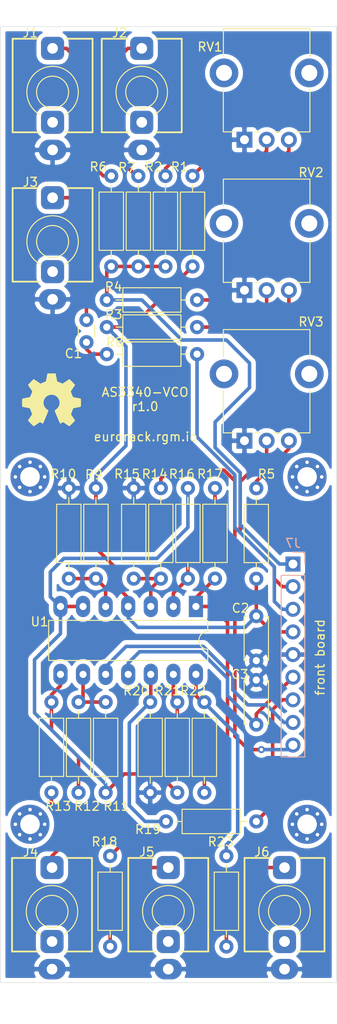
<source format=kicad_pcb>
(kicad_pcb (version 20171130) (host pcbnew 5.99.0+really5.1.10+dfsg1-1+b1)
  (title_block (title "as3340-vco front") (date 2021-12-14) (rev 1.0))
  (layers (0 F.Cu signal) (31 B.Cu signal) (34 B.Paste user) (35 F.Paste user) (36 B.SilkS user) (37 F.SilkS user) (38 B.Mask user) (39 F.Mask user) (44 Edge.Cuts user))
  (net 0 "")
  (net 1 GND)
  (net 2 +12V)
  (net 3 -12V)
  (net 4 VFCI)
  (net 5 VTO)
  (net 6 VSO)
  (net 7 "Net-(R1-Pad2)")
  (net 8 "Net-(J1-PadT)")
  (net 9 "Net-(J2-PadT)")
  (net 10 "Net-(J4-PadT)")
  (net 11 "Net-(R2-Pad2)")
  (net 12 "Net-(R3-Pad2)")
  (net 13 "Net-(R4-Pad2)")
  (net 14 "Net-(R10-Pad1)")
  (net 15 "Net-(C1-Pad2)")
  (net 16 "Net-(C1-Pad1)")
  (net 17 "Net-(J5-PadT)")
  (net 18 "Net-(J6-PadT)")
  (net 19 VLFI)
  (net 20 VPWM)
  (net 21 VP)
  (net 22 "Net-(R5-Pad2)")
  (net 23 VREF)
  (net 24 "Net-(R11-Pad1)")
  (net 25 "Net-(R12-Pad1)")
  (net 26 "Net-(R14-Pad2)")
  (net 27 "Net-(R16-Pad1)")
  (net 28 "Net-(R17-Pad1)")
  (net 29 "Net-(R19-Pad2)")
  (net 30 "Net-(R21-Pad1)")
  (net 31 "Net-(R22-Pad1)")
  (module Symbol:OSHW-Symbol_6.7x6mm_SilkScreen (layer F.Cu) (at 131.572 87.249)
    (fp_text reference REF** hide)
    (fp_text value OSHW-Symbol_6.7x6mm_SilkScreen hide)
  )
  (module Connector_PinHeader_2.54mm:PinHeader_1x09_P2.54mm_Vertical (layer B.Cu) (at 158.75 105.664 180)
    (fp_text reference J7 (at 0 2.33) (layer B.SilkS) (effects (justify mirror)))
    (fp_text value "Pin Header 1x9")
    (pad 9 thru_hole oval (at 0 -20.32 180) (size 1.7 1.7) (drill 1) (layers *.Cu *.Mask) (net 6 VSO))
    (pad 8 thru_hole oval (at 0 -17.78 180) (size 1.7 1.7) (drill 1) (layers *.Cu *.Mask) (net 5 VTO))
    (pad 7 thru_hole oval (at 0 -15.24 180) (size 1.7 1.7) (drill 1) (layers *.Cu *.Mask) (net 21 VP))
    (pad 6 thru_hole oval (at 0 -12.7 180) (size 1.7 1.7) (drill 1) (layers *.Cu *.Mask) (net 3 -12V))
    (pad 5 thru_hole oval (at 0 -10.16 180) (size 1.7 1.7) (drill 1) (layers *.Cu *.Mask) (net 1 GND))
    (pad 4 thru_hole oval (at 0 -7.62 180) (size 1.7 1.7) (drill 1) (layers *.Cu *.Mask) (net 2 +12V))
    (pad 3 thru_hole oval (at 0 -5.08 180) (size 1.7 1.7) (drill 1) (layers *.Cu *.Mask) (net 19 VLFI))
    (pad 2 thru_hole oval (at 0 -2.54 180) (size 1.7 1.7) (drill 1) (layers *.Cu *.Mask) (net 20 VPWM))
    (pad 1 thru_hole rect (at 0 0 180) (size 1.7 1.7) (drill 1) (layers *.Cu *.Mask) (net 4 VFCI))
  )
  (module MountingHole:MountingHole_2.2mm_M2_Pad_Via (layer F.Cu) (at 160.3375 95.885 90)
    (fp_text reference H4 hide)
    (fp_text value MountingHole)
    (pad 1 thru_hole circle (at 1.166726 -1.166726 90) (size 0.7 0.7) (drill 0.4) (layers *.Cu *.Mask))
    (pad 1 thru_hole circle (at 0 -1.65 90) (size 0.7 0.7) (drill 0.4) (layers *.Cu *.Mask))
    (pad 1 thru_hole circle (at -1.166726 -1.166726 90) (size 0.7 0.7) (drill 0.4) (layers *.Cu *.Mask))
    (pad 1 thru_hole circle (at -1.65 0 90) (size 0.7 0.7) (drill 0.4) (layers *.Cu *.Mask))
    (pad 1 thru_hole circle (at -1.166726 1.166726 90) (size 0.7 0.7) (drill 0.4) (layers *.Cu *.Mask))
    (pad 1 thru_hole circle (at 0 1.65 90) (size 0.7 0.7) (drill 0.4) (layers *.Cu *.Mask))
    (pad 1 thru_hole circle (at 1.166726 1.166726 90) (size 0.7 0.7) (drill 0.4) (layers *.Cu *.Mask))
    (pad 1 thru_hole circle (at 1.65 0 90) (size 0.7 0.7) (drill 0.4) (layers *.Cu *.Mask))
    (pad 1 thru_hole circle (at 0 0 90) (size 4.4 4.4) (drill 2.2) (layers *.Cu *.Mask))
  )
  (module MountingHole:MountingHole_2.2mm_M2_Pad_Via (layer F.Cu) (at 160.3375 134.874 90)
    (fp_text reference H3 hide)
    (fp_text value MountingHole)
    (pad 1 thru_hole circle (at 1.166726 -1.166726 90) (size 0.7 0.7) (drill 0.4) (layers *.Cu *.Mask))
    (pad 1 thru_hole circle (at 0 -1.65 90) (size 0.7 0.7) (drill 0.4) (layers *.Cu *.Mask))
    (pad 1 thru_hole circle (at -1.166726 -1.166726 90) (size 0.7 0.7) (drill 0.4) (layers *.Cu *.Mask))
    (pad 1 thru_hole circle (at -1.65 0 90) (size 0.7 0.7) (drill 0.4) (layers *.Cu *.Mask))
    (pad 1 thru_hole circle (at -1.166726 1.166726 90) (size 0.7 0.7) (drill 0.4) (layers *.Cu *.Mask))
    (pad 1 thru_hole circle (at 0 1.65 90) (size 0.7 0.7) (drill 0.4) (layers *.Cu *.Mask))
    (pad 1 thru_hole circle (at 1.166726 1.166726 90) (size 0.7 0.7) (drill 0.4) (layers *.Cu *.Mask))
    (pad 1 thru_hole circle (at 1.65 0 90) (size 0.7 0.7) (drill 0.4) (layers *.Cu *.Mask))
    (pad 1 thru_hole circle (at 0 0 90) (size 4.4 4.4) (drill 2.2) (layers *.Cu *.Mask))
  )
  (module MountingHole:MountingHole_2.2mm_M2_Pad_Via (layer F.Cu) (at 129.159 134.874 90)
    (fp_text reference H2 hide)
    (fp_text value MountingHole)
    (pad 1 thru_hole circle (at 1.166726 -1.166726 90) (size 0.7 0.7) (drill 0.4) (layers *.Cu *.Mask))
    (pad 1 thru_hole circle (at 0 -1.65 90) (size 0.7 0.7) (drill 0.4) (layers *.Cu *.Mask))
    (pad 1 thru_hole circle (at -1.166726 -1.166726 90) (size 0.7 0.7) (drill 0.4) (layers *.Cu *.Mask))
    (pad 1 thru_hole circle (at -1.65 0 90) (size 0.7 0.7) (drill 0.4) (layers *.Cu *.Mask))
    (pad 1 thru_hole circle (at -1.166726 1.166726 90) (size 0.7 0.7) (drill 0.4) (layers *.Cu *.Mask))
    (pad 1 thru_hole circle (at 0 1.65 90) (size 0.7 0.7) (drill 0.4) (layers *.Cu *.Mask))
    (pad 1 thru_hole circle (at 1.166726 1.166726 90) (size 0.7 0.7) (drill 0.4) (layers *.Cu *.Mask))
    (pad 1 thru_hole circle (at 1.65 0 90) (size 0.7 0.7) (drill 0.4) (layers *.Cu *.Mask))
    (pad 1 thru_hole circle (at 0 0 90) (size 4.4 4.4) (drill 2.2) (layers *.Cu *.Mask))
  )
  (module MountingHole:MountingHole_2.2mm_M2_Pad_Via (layer F.Cu) (at 129.159 95.885 90)
    (fp_text reference H1 hide)
    (fp_text value MountingHole)
    (pad 1 thru_hole circle (at 1.166726 -1.166726 90) (size 0.7 0.7) (drill 0.4) (layers *.Cu *.Mask))
    (pad 1 thru_hole circle (at 0 -1.65 90) (size 0.7 0.7) (drill 0.4) (layers *.Cu *.Mask))
    (pad 1 thru_hole circle (at -1.166726 -1.166726 90) (size 0.7 0.7) (drill 0.4) (layers *.Cu *.Mask))
    (pad 1 thru_hole circle (at -1.65 0 90) (size 0.7 0.7) (drill 0.4) (layers *.Cu *.Mask))
    (pad 1 thru_hole circle (at -1.166726 1.166726 90) (size 0.7 0.7) (drill 0.4) (layers *.Cu *.Mask))
    (pad 1 thru_hole circle (at 0 1.65 90) (size 0.7 0.7) (drill 0.4) (layers *.Cu *.Mask))
    (pad 1 thru_hole circle (at 1.166726 1.166726 90) (size 0.7 0.7) (drill 0.4) (layers *.Cu *.Mask))
    (pad 1 thru_hole circle (at 1.65 0 90) (size 0.7 0.7) (drill 0.4) (layers *.Cu *.Mask))
    (pad 1 thru_hole circle (at 0 0 90) (size 4.4 4.4) (drill 2.2) (layers *.Cu *.Mask))
  )
  (module Resistor_THT:R_Axial_DIN0207_L6.3mm_D2.5mm_P10.16mm_Horizontal (layer F.Cu) (at 134.62 131.318 90)
    (fp_text reference R12 (at -1.524 0.9525 180) (layer F.SilkS))
    (fp_text value 150k)
    (pad 2 thru_hole oval (at 10.16 0 90) (size 1.6 1.6) (drill 0.8) (layers *.Cu *.Mask) (net 24 "Net-(R11-Pad1)"))
    (pad 1 thru_hole circle (at 0 0 90) (size 1.6 1.6) (drill 0.8) (layers *.Cu *.Mask) (net 25 "Net-(R12-Pad1)"))
  )
  (module Potentiometer_THT:Potentiometer_Alpha_RD901F-40-00D_Single_Vertical_CircularHoles (layer F.Cu) (at 153.289 74.93 90)
    (fp_text reference RV2 (at 13.208 7.493) (layer F.SilkS))
    (fp_text value 100k)
    (pad "" thru_hole circle (at 7.5 -2.3 180) (size 3.24 3.24) (drill 1.8) (layers *.Cu *.Mask))
    (pad "" thru_hole circle (at 7.5 7.3 180) (size 3.24 3.24) (drill 1.8) (layers *.Cu *.Mask))
    (pad 3 thru_hole circle (at 0 5 180) (size 1.8 1.8) (drill 1) (layers *.Cu *.Mask) (net 12 "Net-(R3-Pad2)"))
    (pad 2 thru_hole circle (at 0 2.5 180) (size 1.8 1.8) (drill 1) (layers *.Cu *.Mask) (net 13 "Net-(R4-Pad2)"))
    (pad 1 thru_hole rect (at 0 0 180) (size 1.8 1.8) (drill 1) (layers *.Cu *.Mask) (net 1 GND))
  )
  (module Capacitor_THT:C_Disc_D3.0mm_W1.6mm_P2.50mm (layer F.Cu) (at 135.509 80.772 90)
    (fp_text reference C1 (at -1.27 -1.4605 180) (layer F.SilkS))
    (fp_text value 10n)
    (pad 2 thru_hole circle (at 2.5 0 90) (size 1.6 1.6) (drill 0.8) (layers *.Cu *.Mask) (net 15 "Net-(C1-Pad2)"))
    (pad 1 thru_hole circle (at 0 0 90) (size 1.6 1.6) (drill 0.8) (layers *.Cu *.Mask) (net 16 "Net-(C1-Pad1)"))
  )
  (module eurorack:Jack_3.5mm_QingPu_WQP-PJ398SM_Vertical (layer F.Cu) (at 144.7165 144.653)
    (fp_text reference J5 (at -2.413 -6.6675) (layer F.SilkS))
    (fp_text value "Thonkiconn SM")
    (pad TN thru_hole roundrect (at 0 3.38) (size 2.6 2.6) (drill 1.2) (layers *.Cu *.Mask))
    (pad S thru_hole oval (at 0 6.48) (size 3.1 2.3) (drill 1.2) (layers *.Cu *.Mask) (net 1 GND))
    (pad T thru_hole roundrect (at 0 -4.92) (size 2.6 2.6) (drill 1.2) (layers *.Cu *.Mask) (net 17 "Net-(J5-PadT)"))
  )
  (module Package_DIP:DIP-14_W7.62mm_LongPads (layer F.Cu) (at 147.828 110.4265 270)
    (fp_text reference U1 (at 1.7145 17.5895 180) (layer F.SilkS))
    (fp_text value TL074)
    (pad 14 thru_hole oval (at 7.62 0 270) (size 2.4 1.6) (drill 0.8) (layers *.Cu *.Mask) (net 31 "Net-(R22-Pad1)"))
    (pad 7 thru_hole oval (at 0 15.24 270) (size 2.4 1.6) (drill 0.8) (layers *.Cu *.Mask) (net 23 VREF))
    (pad 13 thru_hole oval (at 7.62 2.54 270) (size 2.4 1.6) (drill 0.8) (layers *.Cu *.Mask) (net 30 "Net-(R21-Pad1)"))
    (pad 6 thru_hole oval (at 0 12.7 270) (size 2.4 1.6) (drill 0.8) (layers *.Cu *.Mask) (net 23 VREF))
    (pad 12 thru_hole oval (at 7.62 5.08 270) (size 2.4 1.6) (drill 0.8) (layers *.Cu *.Mask) (net 29 "Net-(R19-Pad2)"))
    (pad 5 thru_hole oval (at 0 10.16 270) (size 2.4 1.6) (drill 0.8) (layers *.Cu *.Mask) (net 14 "Net-(R10-Pad1)"))
    (pad 11 thru_hole oval (at 7.62 7.62 270) (size 2.4 1.6) (drill 0.8) (layers *.Cu *.Mask) (net 3 -12V))
    (pad 4 thru_hole oval (at 0 7.62 270) (size 2.4 1.6) (drill 0.8) (layers *.Cu *.Mask) (net 2 +12V))
    (pad 10 thru_hole oval (at 7.62 10.16 270) (size 2.4 1.6) (drill 0.8) (layers *.Cu *.Mask) (net 5 VTO))
    (pad 3 thru_hole oval (at 0 5.08 270) (size 2.4 1.6) (drill 0.8) (layers *.Cu *.Mask) (net 26 "Net-(R14-Pad2)"))
    (pad 9 thru_hole oval (at 7.62 12.7 270) (size 2.4 1.6) (drill 0.8) (layers *.Cu *.Mask) (net 24 "Net-(R11-Pad1)"))
    (pad 2 thru_hole oval (at 0 2.54 270) (size 2.4 1.6) (drill 0.8) (layers *.Cu *.Mask) (net 27 "Net-(R16-Pad1)"))
    (pad 8 thru_hole oval (at 7.62 15.24 270) (size 2.4 1.6) (drill 0.8) (layers *.Cu *.Mask) (net 25 "Net-(R12-Pad1)"))
    (pad 1 thru_hole rect (at 0 0 270) (size 2.4 1.6) (drill 0.8) (layers *.Cu *.Mask) (net 28 "Net-(R17-Pad1)"))
  )
  (module Potentiometer_THT:Potentiometer_Alpha_RD901F-40-00D_Single_Vertical_CircularHoles (layer F.Cu) (at 153.289 91.821 90)
    (fp_text reference RV3 (at 13.335 7.493) (layer F.SilkS))
    (fp_text value 50k)
    (pad "" thru_hole circle (at 7.5 -2.3 180) (size 3.24 3.24) (drill 1.8) (layers *.Cu *.Mask))
    (pad "" thru_hole circle (at 7.5 7.3 180) (size 3.24 3.24) (drill 1.8) (layers *.Cu *.Mask))
    (pad 3 thru_hole circle (at 0 5 180) (size 1.8 1.8) (drill 1) (layers *.Cu *.Mask) (net 22 "Net-(R5-Pad2)"))
    (pad 2 thru_hole circle (at 0 2.5 180) (size 1.8 1.8) (drill 1) (layers *.Cu *.Mask) (net 20 VPWM))
    (pad 1 thru_hole rect (at 0 0 180) (size 1.8 1.8) (drill 1) (layers *.Cu *.Mask) (net 1 GND))
  )
  (module Resistor_THT:R_Axial_DIN0207_L6.3mm_D2.5mm_P10.16mm_Horizontal (layer F.Cu) (at 151.257 148.59 90)
    (fp_text reference R23 (at 11.7475 -0.635 180) (layer F.SilkS))
    (fp_text value 1k)
    (pad 2 thru_hole oval (at 10.16 0 90) (size 1.6 1.6) (drill 0.8) (layers *.Cu *.Mask) (net 31 "Net-(R22-Pad1)"))
    (pad 1 thru_hole circle (at 0 0 90) (size 1.6 1.6) (drill 0.8) (layers *.Cu *.Mask) (net 18 "Net-(J6-PadT)"))
  )
  (module Resistor_THT:R_Axial_DIN0207_L6.3mm_D2.5mm_P10.16mm_Horizontal (layer F.Cu) (at 148.7805 121.158 270)
    (fp_text reference R22 (at -1.27 1.27 180) (layer F.SilkS))
    (fp_text value 150k)
    (pad 2 thru_hole oval (at 10.16 0 270) (size 1.6 1.6) (drill 0.8) (layers *.Cu *.Mask) (net 30 "Net-(R21-Pad1)"))
    (pad 1 thru_hole circle (at 0 0 270) (size 1.6 1.6) (drill 0.8) (layers *.Cu *.Mask) (net 31 "Net-(R22-Pad1)"))
  )
  (module Resistor_THT:R_Axial_DIN0207_L6.3mm_D2.5mm_P10.16mm_Horizontal (layer F.Cu) (at 145.7325 121.158 270)
    (fp_text reference R21 (at -1.27 1.0795 180) (layer F.SilkS))
    (fp_text value 100k)
    (pad 2 thru_hole oval (at 10.16 0 270) (size 1.6 1.6) (drill 0.8) (layers *.Cu *.Mask) (net 23 VREF))
    (pad 1 thru_hole circle (at 0 0 270) (size 1.6 1.6) (drill 0.8) (layers *.Cu *.Mask) (net 30 "Net-(R21-Pad1)"))
  )
  (module Resistor_THT:R_Axial_DIN0207_L6.3mm_D2.5mm_P10.16mm_Horizontal (layer F.Cu) (at 142.6845 121.158 270)
    (fp_text reference R20 (at -1.27 1.5875 180) (layer F.SilkS))
    (fp_text value 68k)
    (pad 2 thru_hole oval (at 10.16 0 270) (size 1.6 1.6) (drill 0.8) (layers *.Cu *.Mask) (net 1 GND))
    (pad 1 thru_hole circle (at 0 0 270) (size 1.6 1.6) (drill 0.8) (layers *.Cu *.Mask) (net 29 "Net-(R19-Pad2)"))
  )
  (module Resistor_THT:R_Axial_DIN0207_L6.3mm_D2.5mm_P10.16mm_Horizontal (layer F.Cu) (at 154.6225 134.5565 180)
    (fp_text reference R19 (at 12.192 -0.889) (layer F.SilkS))
    (fp_text value 120k)
    (pad 2 thru_hole oval (at 10.16 0 180) (size 1.6 1.6) (drill 0.8) (layers *.Cu *.Mask) (net 29 "Net-(R19-Pad2)"))
    (pad 1 thru_hole circle (at 0 0 180) (size 1.6 1.6) (drill 0.8) (layers *.Cu *.Mask) (net 21 VP))
  )
  (module Resistor_THT:R_Axial_DIN0207_L6.3mm_D2.5mm_P10.16mm_Horizontal (layer F.Cu) (at 133.5278 107.3023 90)
    (fp_text reference R10 (at 11.7348 -0.6223 180) (layer F.SilkS))
    (fp_text value 18k)
    (pad 2 thru_hole oval (at 10.16 0 90) (size 1.6 1.6) (drill 0.8) (layers *.Cu *.Mask) (net 1 GND))
    (pad 1 thru_hole circle (at 0 0 90) (size 1.6 1.6) (drill 0.8) (layers *.Cu *.Mask) (net 14 "Net-(R10-Pad1)"))
  )
  (module Resistor_THT:R_Axial_DIN0207_L6.3mm_D2.5mm_P10.16mm_Horizontal (layer F.Cu) (at 136.5758 97.1423 270)
    (fp_text reference R9 (at -1.5113 0.2413 180) (layer F.SilkS))
    (fp_text value 47k)
    (pad 2 thru_hole oval (at 10.16 0 270) (size 1.6 1.6) (drill 0.8) (layers *.Cu *.Mask) (net 14 "Net-(R10-Pad1)"))
    (pad 1 thru_hole circle (at 0 0 270) (size 1.6 1.6) (drill 0.8) (layers *.Cu *.Mask) (net 2 +12V))
  )
  (module Resistor_THT:R_Axial_DIN0207_L6.3mm_D2.5mm_P10.16mm_Horizontal (layer F.Cu) (at 147.955 82.1055 180)
    (fp_text reference R8 (at 9.271 1.3335) (layer F.SilkS))
    (fp_text value 1M)
    (pad 2 thru_hole oval (at 10.16 0 180) (size 1.6 1.6) (drill 0.8) (layers *.Cu *.Mask) (net 16 "Net-(C1-Pad1)"))
    (pad 1 thru_hole circle (at 0 0 180) (size 1.6 1.6) (drill 0.8) (layers *.Cu *.Mask) (net 19 VLFI))
  )
  (module Resistor_THT:R_Axial_DIN0207_L6.3mm_D2.5mm_P10.16mm_Horizontal (layer F.Cu) (at 154.6225 107.315 90)
    (fp_text reference R5 (at 11.7475 1.143 180) (layer F.SilkS))
    (fp_text value 100k)
    (pad 2 thru_hole oval (at 10.16 0 90) (size 1.6 1.6) (drill 0.8) (layers *.Cu *.Mask) (net 22 "Net-(R5-Pad2)"))
    (pad 1 thru_hole circle (at 0 0 90) (size 1.6 1.6) (drill 0.8) (layers *.Cu *.Mask) (net 2 +12V))
  )
  (module eurorack:Jack_3.5mm_QingPu_WQP-PJ398SM_Vertical (layer F.Cu) (at 157.7975 144.653)
    (fp_text reference J6 (at -2.54 -6.6675) (layer F.SilkS))
    (fp_text value "Thonkiconn SM")
    (pad TN thru_hole roundrect (at 0 3.38) (size 2.6 2.6) (drill 1.2) (layers *.Cu *.Mask))
    (pad S thru_hole oval (at 0 6.48) (size 3.1 2.3) (drill 1.2) (layers *.Cu *.Mask) (net 1 GND))
    (pad T thru_hole roundrect (at 0 -4.92) (size 2.6 2.6) (drill 1.2) (layers *.Cu *.Mask) (net 18 "Net-(J6-PadT)"))
  )
  (module eurorack:Jack_3.5mm_QingPu_WQP-PJ398SM_Vertical (layer F.Cu) (at 131.699 69.469)
    (fp_text reference J3 (at -2.5 -6.6675) (layer F.SilkS))
    (fp_text value "Thonkiconn SM")
    (pad TN thru_hole roundrect (at 0 3.38) (size 2.6 2.6) (drill 1.2) (layers *.Cu *.Mask))
    (pad S thru_hole oval (at 0 6.48) (size 3.1 2.3) (drill 1.2) (layers *.Cu *.Mask) (net 1 GND))
    (pad T thru_hole roundrect (at 0 -4.92) (size 2.6 2.6) (drill 1.2) (layers *.Cu *.Mask) (net 15 "Net-(C1-Pad2)"))
  )
  (module Resistor_THT:R_Axial_DIN0207_L6.3mm_D2.5mm_P10.16mm_Horizontal (layer F.Cu) (at 140.8303 107.3023 90)
    (fp_text reference R15 (at 11.7348 -0.7493 180) (layer F.SilkS))
    (fp_text value 100k)
    (pad 2 thru_hole oval (at 10.16 0 90) (size 1.6 1.6) (drill 0.8) (layers *.Cu *.Mask) (net 1 GND))
    (pad 1 thru_hole circle (at 0 0 90) (size 1.6 1.6) (drill 0.8) (layers *.Cu *.Mask) (net 26 "Net-(R14-Pad2)"))
  )
  (module Resistor_THT:R_Axial_DIN0207_L6.3mm_D2.5mm_P10.16mm_Horizontal (layer F.Cu) (at 143.8783 97.1423 270)
    (fp_text reference R14 (at -1.5748 0.6858 180) (layer F.SilkS))
    (fp_text value 100k)
    (pad 2 thru_hole oval (at 10.16 0 270) (size 1.6 1.6) (drill 0.8) (layers *.Cu *.Mask) (net 26 "Net-(R14-Pad2)"))
    (pad 1 thru_hole circle (at 0 0 270) (size 1.6 1.6) (drill 0.8) (layers *.Cu *.Mask) (net 6 VSO))
  )
  (module Capacitor_THT:C_Disc_D4.7mm_W2.5mm_P5.00mm (layer F.Cu) (at 154.6225 118.6815 270)
    (fp_text reference C3 (at -0.635 1.8415 180) (layer F.SilkS))
    (fp_text value 100n)
    (pad 2 thru_hole circle (at 5 0 270) (size 1.6 1.6) (drill 0.8) (layers *.Cu *.Mask) (net 3 -12V))
    (pad 1 thru_hole circle (at 0 0 270) (size 1.6 1.6) (drill 0.8) (layers *.Cu *.Mask) (net 1 GND))
  )
  (module Capacitor_THT:C_Disc_D4.7mm_W2.5mm_P5.00mm (layer F.Cu) (at 154.6225 111.506 270)
    (fp_text reference C2 (at -0.889 1.778 180) (layer F.SilkS))
    (fp_text value 100n)
    (pad 2 thru_hole circle (at 5 0 270) (size 1.6 1.6) (drill 0.8) (layers *.Cu *.Mask) (net 1 GND))
    (pad 1 thru_hole circle (at 0 0 270) (size 1.6 1.6) (drill 0.8) (layers *.Cu *.Mask) (net 2 +12V))
  )
  (module Resistor_THT:R_Axial_DIN0207_L6.3mm_D2.5mm_P10.16mm_Horizontal (layer F.Cu) (at 137.795 76.0222)
    (fp_text reference R4 (at 0.762 -1.4732) (layer F.SilkS))
    (fp_text value 1.5M)
    (pad 2 thru_hole oval (at 10.16 0) (size 1.6 1.6) (drill 0.8) (layers *.Cu *.Mask) (net 13 "Net-(R4-Pad2)"))
    (pad 1 thru_hole circle (at 0 0) (size 1.6 1.6) (drill 0.8) (layers *.Cu *.Mask) (net 4 VFCI))
  )
  (module Potentiometer_THT:Potentiometer_Alpha_RD901F-40-00D_Single_Vertical_CircularHoles (layer F.Cu) (at 153.289 58.039 90)
    (fp_text reference RV1 (at 10.414 -3.8735) (layer F.SilkS))
    (fp_text value 10k)
    (pad "" thru_hole circle (at 7.5 -2.3 180) (size 3.24 3.24) (drill 1.8) (layers *.Cu *.Mask))
    (pad "" thru_hole circle (at 7.5 7.3 180) (size 3.24 3.24) (drill 1.8) (layers *.Cu *.Mask))
    (pad 3 thru_hole circle (at 0 5 180) (size 1.8 1.8) (drill 1) (layers *.Cu *.Mask) (net 7 "Net-(R1-Pad2)"))
    (pad 2 thru_hole circle (at 0 2.5 180) (size 1.8 1.8) (drill 1) (layers *.Cu *.Mask) (net 11 "Net-(R2-Pad2)"))
    (pad 1 thru_hole rect (at 0 0 180) (size 1.8 1.8) (drill 1) (layers *.Cu *.Mask) (net 1 GND))
  )
  (module Resistor_THT:R_Axial_DIN0207_L6.3mm_D2.5mm_P10.16mm_Horizontal (layer F.Cu) (at 131.572 131.318 90)
    (fp_text reference R13 (at -1.524 0.762 180) (layer F.SilkS))
    (fp_text value 1k)
    (pad 2 thru_hole oval (at 10.16 0 90) (size 1.6 1.6) (drill 0.8) (layers *.Cu *.Mask) (net 25 "Net-(R12-Pad1)"))
    (pad 1 thru_hole circle (at 0 0 90) (size 1.6 1.6) (drill 0.8) (layers *.Cu *.Mask) (net 10 "Net-(J4-PadT)"))
  )
  (module Resistor_THT:R_Axial_DIN0207_L6.3mm_D2.5mm_P10.16mm_Horizontal (layer F.Cu) (at 137.668 121.158 270)
    (fp_text reference R11 (at 11.684 -1.2065 180) (layer F.SilkS))
    (fp_text value 100k)
    (pad 2 thru_hole oval (at 10.16 0 270) (size 1.6 1.6) (drill 0.8) (layers *.Cu *.Mask) (net 23 VREF))
    (pad 1 thru_hole circle (at 0 0 270) (size 1.6 1.6) (drill 0.8) (layers *.Cu *.Mask) (net 24 "Net-(R11-Pad1)"))
  )
  (module Resistor_THT:R_Axial_DIN0207_L6.3mm_D2.5mm_P10.16mm_Horizontal (layer F.Cu) (at 138.176 148.59 90)
    (fp_text reference R18 (at 11.7475 -0.635 180) (layer F.SilkS))
    (fp_text value 1k)
    (pad 2 thru_hole oval (at 10.16 0 90) (size 1.6 1.6) (drill 0.8) (layers *.Cu *.Mask) (net 28 "Net-(R17-Pad1)"))
    (pad 1 thru_hole circle (at 0 0 90) (size 1.6 1.6) (drill 0.8) (layers *.Cu *.Mask) (net 17 "Net-(J5-PadT)"))
  )
  (module Resistor_THT:R_Axial_DIN0207_L6.3mm_D2.5mm_P10.16mm_Horizontal (layer F.Cu) (at 149.9743 107.3023 90)
    (fp_text reference R17 (at 11.7348 -0.5588 180) (layer F.SilkS))
    (fp_text value 150k)
    (pad 1 thru_hole circle (at 0 0 90) (size 1.6 1.6) (drill 0.8) (layers *.Cu *.Mask) (net 28 "Net-(R17-Pad1)"))
    (pad 2 thru_hole oval (at 10.16 0 90) (size 1.6 1.6) (drill 0.8) (layers *.Cu *.Mask) (net 27 "Net-(R16-Pad1)"))
  )
  (module Resistor_THT:R_Axial_DIN0207_L6.3mm_D2.5mm_P10.16mm_Horizontal (layer F.Cu) (at 146.9263 107.3023 90)
    (fp_text reference R16 (at 11.7348 -0.6858 180) (layer F.SilkS))
    (fp_text value 100k)
    (pad 2 thru_hole oval (at 10.16 0 90) (size 1.6 1.6) (drill 0.8) (layers *.Cu *.Mask) (net 23 VREF))
    (pad 1 thru_hole circle (at 0 0 90) (size 1.6 1.6) (drill 0.8) (layers *.Cu *.Mask) (net 27 "Net-(R16-Pad1)"))
  )
  (module Resistor_THT:R_Axial_DIN0207_L6.3mm_D2.5mm_P10.16mm_Horizontal (layer F.Cu) (at 141.351 72.263 90)
    (fp_text reference R7 (at 11.1125 -1.2954 180) (layer F.SilkS))
    (fp_text value 100k)
    (pad 2 thru_hole oval (at 10.16 0 90) (size 1.6 1.6) (drill 0.8) (layers *.Cu *.Mask) (net 9 "Net-(J2-PadT)"))
    (pad 1 thru_hole circle (at 0 0 90) (size 1.6 1.6) (drill 0.8) (layers *.Cu *.Mask) (net 4 VFCI))
  )
  (module Resistor_THT:R_Axial_DIN0207_L6.3mm_D2.5mm_P10.16mm_Horizontal (layer F.Cu) (at 138.303 72.263 90)
    (fp_text reference R6 (at 11.176 -1.4605 180) (layer F.SilkS))
    (fp_text value 100k)
    (pad 2 thru_hole oval (at 10.16 0 90) (size 1.6 1.6) (drill 0.8) (layers *.Cu *.Mask) (net 8 "Net-(J1-PadT)"))
    (pad 1 thru_hole circle (at 0 0 90) (size 1.6 1.6) (drill 0.8) (layers *.Cu *.Mask) (net 4 VFCI))
  )
  (module Resistor_THT:R_Axial_DIN0207_L6.3mm_D2.5mm_P10.16mm_Horizontal (layer F.Cu) (at 137.795 79.0702)
    (fp_text reference R3 (at 0.7874 -1.4097) (layer F.SilkS))
    (fp_text value 120k)
    (pad 2 thru_hole oval (at 10.16 0) (size 1.6 1.6) (drill 0.8) (layers *.Cu *.Mask) (net 12 "Net-(R3-Pad2)"))
    (pad 1 thru_hole circle (at 0 0) (size 1.6 1.6) (drill 0.8) (layers *.Cu *.Mask) (net 2 +12V))
  )
  (module Resistor_THT:R_Axial_DIN0207_L6.3mm_D2.5mm_P10.16mm_Horizontal (layer F.Cu) (at 144.399 72.263 90)
    (fp_text reference R2 (at 11.176 -1.3335 180) (layer F.SilkS))
    (fp_text value 47k)
    (pad 2 thru_hole oval (at 10.16 0 90) (size 1.6 1.6) (drill 0.8) (layers *.Cu *.Mask) (net 11 "Net-(R2-Pad2)"))
    (pad 1 thru_hole circle (at 0 0 90) (size 1.6 1.6) (drill 0.8) (layers *.Cu *.Mask) (net 4 VFCI))
  )
  (module Resistor_THT:R_Axial_DIN0207_L6.3mm_D2.5mm_P10.16mm_Horizontal (layer F.Cu) (at 147.447 72.263 90)
    (fp_text reference R1 (at 11.176 -1.4605 180) (layer F.SilkS))
    (fp_text value 12k)
    (pad 2 thru_hole oval (at 10.16 0 90) (size 1.6 1.6) (drill 0.8) (layers *.Cu *.Mask) (net 7 "Net-(R1-Pad2)"))
    (pad 1 thru_hole circle (at 0 0 90) (size 1.6 1.6) (drill 0.8) (layers *.Cu *.Mask) (net 2 +12V))
  )
  (module eurorack:Jack_3.5mm_QingPu_WQP-PJ398SM_Vertical (layer F.Cu) (at 131.6355 144.653)
    (fp_text reference J4 (at -2.413 -6.6675) (layer F.SilkS))
    (fp_text value "Thonkiconn SM")
    (pad TN thru_hole roundrect (at 0 3.38) (size 2.6 2.6) (drill 1.2) (layers *.Cu *.Mask))
    (pad S thru_hole oval (at 0 6.48) (size 3.1 2.3) (drill 1.2) (layers *.Cu *.Mask) (net 1 GND))
    (pad T thru_hole roundrect (at 0 -4.92) (size 2.6 2.6) (drill 1.2) (layers *.Cu *.Mask) (net 10 "Net-(J4-PadT)"))
  )
  (module eurorack:Jack_3.5mm_QingPu_WQP-PJ398SM_Vertical (layer F.Cu) (at 141.732 52.705)
    (fp_text reference J2 (at -2.4765 -6.6675) (layer F.SilkS))
    (fp_text value "Thonkiconn SM")
    (pad TN thru_hole roundrect (at 0 3.38) (size 2.6 2.6) (drill 1.2) (layers *.Cu *.Mask))
    (pad S thru_hole oval (at 0 6.48) (size 3.1 2.3) (drill 1.2) (layers *.Cu *.Mask) (net 1 GND))
    (pad T thru_hole roundrect (at 0 -4.92) (size 2.6 2.6) (drill 1.2) (layers *.Cu *.Mask) (net 9 "Net-(J2-PadT)"))
  )
  (module eurorack:Jack_3.5mm_QingPu_WQP-PJ398SM_Vertical (layer F.Cu) (at 131.699 52.705)
    (fp_text reference J1 (at -2.5 -6.6675) (layer F.SilkS))
    (fp_text value "Thonkiconn SM")
    (pad TN thru_hole roundrect (at 0 3.38) (size 2.6 2.6) (drill 1.2) (layers *.Cu *.Mask))
    (pad S thru_hole oval (at 0 6.48) (size 3.1 2.3) (drill 1.2) (layers *.Cu *.Mask) (net 1 GND))
    (pad T thru_hole roundrect (at 0 -4.92) (size 2.6 2.6) (drill 1.2) (layers *.Cu *.Mask) (net 8 "Net-(J1-PadT)"))
  )
  (gr_text "front board" (at 161.798 116.1415 90) (layer F.SilkS) (effects (font (size 1 1))))
  (gr_text eurorack.rgm.io (at 142.1765 91.3765) (layer F.SilkS) (effects (font (size 1 1))))
  (gr_text "AS3340-VCO\nr1.0" (at 142.113 87.1855) (layer F.SilkS) (effects (font (size 1 1))))
  (gr_line (start 163.6395 45.339) (end 163.6395 152.654) (layer Edge.Cuts) (width 0.05))
  (gr_line (start 125.857 45.339) (end 163.6395 45.339) (layer Edge.Cuts) (width 0.05))
  (gr_line (start 125.857 152.654) (end 163.6395 152.654) (layer Edge.Cuts) (width 0.05))
  (gr_line (start 125.857 152.654) (end 125.857 45.339) (layer Edge.Cuts) (width 0.05))
  (via (at 155.194 126.492) (size 0.8) (drill 0.4) (layers F.Cu B.Cu) (net 6))
  (segment (start 136.5758 97.1423) (end 136.5758 103.8733) (width 0.4) (layer F.Cu) (net 2))
  (segment (start 136.5758 103.8733) (end 138.7475 106.045) (width 0.4) (layer F.Cu) (net 2))
  (segment (start 138.7475 106.045) (end 138.7475 108.0135) (width 0.4) (layer F.Cu) (net 2))
  (segment (start 140.208 109.474) (end 140.208 110.4265) (width 0.4) (layer F.Cu) (net 2))
  (segment (start 138.7475 108.0135) (end 140.208 109.474) (width 0.4) (layer F.Cu) (net 2))
  (segment (start 156.4005 113.284) (end 154.6225 111.506) (width 0.4) (layer F.Cu) (net 2))
  (segment (start 158.75 113.284) (end 156.4005 113.284) (width 0.4) (layer F.Cu) (net 2))
  (segment (start 140.208 110.4265) (end 140.208 111.6965) (width 0.4) (layer B.Cu) (net 2))
  (segment (start 140.208 111.6965) (end 141.2875 112.776) (width 0.4) (layer B.Cu) (net 2))
  (segment (start 153.3525 112.776) (end 154.6225 111.506) (width 0.4) (layer B.Cu) (net 2))
  (segment (start 141.2875 112.776) (end 153.3525 112.776) (width 0.4) (layer B.Cu) (net 2))
  (segment (start 154.6225 111.506) (end 154.6225 107.315) (width 0.4) (layer F.Cu) (net 2))
  (segment (start 140.6398 79.0702) (end 147.447 72.263) (width 0.4) (layer F.Cu) (net 2))
  (segment (start 137.795 79.0702) (end 140.6398 79.0702) (width 0.4) (layer F.Cu) (net 2))
  (segment (start 137.795 79.0702) (end 139.954 81.2292) (width 0.4) (layer B.Cu) (net 2))
  (segment (start 139.954 81.2292) (end 139.954 92.3925) (width 0.4) (layer B.Cu) (net 2))
  (segment (start 136.5758 95.7707) (end 136.5758 97.1423) (width 0.4) (layer B.Cu) (net 2))
  (segment (start 139.954 92.3925) (end 136.5758 95.7707) (width 0.4) (layer B.Cu) (net 2))
  (segment (start 154.6225 122.4915) (end 158.75 118.364) (width 0.4) (layer F.Cu) (net 3))
  (segment (start 154.6225 123.6815) (end 154.6225 122.4915) (width 0.4) (layer F.Cu) (net 3))
  (segment (start 151.384 120.443) (end 154.6225 123.6815) (width 0.4) (layer B.Cu) (net 3))
  (segment (start 151.384 118.491) (end 151.384 120.443) (width 0.4) (layer B.Cu) (net 3))
  (segment (start 148.3995 115.5065) (end 151.384 118.491) (width 0.4) (layer B.Cu) (net 3))
  (segment (start 141.478 115.5065) (end 148.3995 115.5065) (width 0.4) (layer B.Cu) (net 3))
  (segment (start 140.208 116.7765) (end 141.478 115.5065) (width 0.4) (layer B.Cu) (net 3))
  (segment (start 140.208 118.0465) (end 140.208 116.7765) (width 0.4) (layer B.Cu) (net 3))
  (segment (start 137.795 72.771) (end 138.303 72.263) (width 0.4) (layer F.Cu) (net 4))
  (segment (start 137.795 76.0222) (end 137.795 72.771) (width 0.4) (layer F.Cu) (net 4))
  (segment (start 138.303 72.263) (end 141.351 72.263) (width 0.4) (layer F.Cu) (net 4))
  (segment (start 141.351 72.263) (end 144.399 72.263) (width 0.4) (layer F.Cu) (net 4))
  (segment (start 157.226 105.664) (end 158.75 105.664) (width 0.4) (layer B.Cu) (net 4))
  (segment (start 152.80951 101.24751) (end 157.226 105.664) (width 0.4) (layer B.Cu) (net 4))
  (segment (start 149.987 92.583) (end 152.80951 95.40551) (width 0.4) (layer B.Cu) (net 4))
  (segment (start 153.8605 85.852) (end 149.987 89.7255) (width 0.4) (layer B.Cu) (net 4))
  (segment (start 149.987 89.7255) (end 149.987 92.583) (width 0.4) (layer B.Cu) (net 4))
  (segment (start 153.8605 83.1215) (end 153.8605 85.852) (width 0.4) (layer B.Cu) (net 4))
  (segment (start 151.257 80.518) (end 153.8605 83.1215) (width 0.4) (layer B.Cu) (net 4))
  (segment (start 152.80951 95.40551) (end 152.80951 101.24751) (width 0.4) (layer B.Cu) (net 4))
  (segment (start 146.2405 80.518) (end 151.257 80.518) (width 0.4) (layer B.Cu) (net 4))
  (segment (start 141.7447 76.0222) (end 146.2405 80.518) (width 0.4) (layer B.Cu) (net 4))
  (segment (start 137.795 76.0222) (end 141.7447 76.0222) (width 0.4) (layer B.Cu) (net 4))
  (segment (start 137.668 118.0465) (end 137.668 117.221) (width 0.4) (layer B.Cu) (net 5))
  (segment (start 148.648033 114.906491) (end 151.98401 118.242468) (width 0.4) (layer B.Cu) (net 5))
  (segment (start 139.98251 114.90649) (end 148.648033 114.906491) (width 0.4) (layer B.Cu) (net 5))
  (segment (start 137.668 117.221) (end 139.98251 114.90649) (width 0.4) (layer B.Cu) (net 5))
  (segment (start 151.98401 118.242468) (end 151.98401 119.78951) (width 0.4) (layer B.Cu) (net 5))
  (segment (start 151.98401 119.78951) (end 153.67 121.4755) (width 0.4) (layer B.Cu) (net 5))
  (segment (start 153.67 121.4755) (end 155.7655 121.4755) (width 0.4) (layer B.Cu) (net 5))
  (segment (start 157.734 123.444) (end 158.75 123.444) (width 0.4) (layer B.Cu) (net 5))
  (segment (start 155.7655 121.4755) (end 157.734 123.444) (width 0.4) (layer B.Cu) (net 5))
  (segment (start 158.242 126.492) (end 158.75 125.984) (width 0.4) (layer B.Cu) (net 6))
  (segment (start 155.194 126.492) (end 158.242 126.492) (width 0.4) (layer B.Cu) (net 6))
  (segment (start 143.8783 96.0882) (end 143.8783 97.1423) (width 0.4) (layer F.Cu) (net 6))
  (segment (start 144.8435 95.123) (end 143.8783 96.0882) (width 0.4) (layer F.Cu) (net 6))
  (segment (start 151.003 95.123) (end 144.8435 95.123) (width 0.4) (layer F.Cu) (net 6))
  (segment (start 152.2095 96.3295) (end 151.003 95.123) (width 0.4) (layer F.Cu) (net 6))
  (segment (start 152.2095 124.968) (end 152.2095 96.3295) (width 0.4) (layer F.Cu) (net 6))
  (segment (start 153.7335 126.492) (end 152.2095 124.968) (width 0.4) (layer F.Cu) (net 6))
  (segment (start 155.194 126.492) (end 153.7335 126.492) (width 0.4) (layer F.Cu) (net 6))
  (segment (start 148.463 61.087) (end 147.447 62.103) (width 0.4) (layer F.Cu) (net 7))
  (segment (start 156.5275 61.087) (end 148.463 61.087) (width 0.4) (layer F.Cu) (net 7))
  (segment (start 158.289 59.3255) (end 156.5275 61.087) (width 0.4) (layer F.Cu) (net 7))
  (segment (start 158.289 58.039) (end 158.289 59.3255) (width 0.4) (layer F.Cu) (net 7))
  (segment (start 135.509 60.198) (end 135.509 50.038) (width 0.4) (layer F.Cu) (net 8))
  (segment (start 133.256 47.785) (end 131.699 47.785) (width 0.4) (layer F.Cu) (net 8))
  (segment (start 137.414 62.103) (end 135.509 60.198) (width 0.4) (layer F.Cu) (net 8))
  (segment (start 135.509 50.038) (end 133.256 47.785) (width 0.4) (layer F.Cu) (net 8))
  (segment (start 138.303 62.103) (end 137.414 62.103) (width 0.4) (layer F.Cu) (net 8))
  (segment (start 141.097 62.103) (end 141.351 62.103) (width 0.4) (layer F.Cu) (net 9))
  (segment (start 137.9855 58.9915) (end 141.097 62.103) (width 0.4) (layer F.Cu) (net 9))
  (segment (start 137.9855 49.9745) (end 137.9855 58.9915) (width 0.4) (layer F.Cu) (net 9))
  (segment (start 140.175 47.785) (end 137.9855 49.9745) (width 0.4) (layer F.Cu) (net 9))
  (segment (start 141.732 47.785) (end 140.175 47.785) (width 0.4) (layer F.Cu) (net 9))
  (segment (start 131.572 131.318) (end 131.572 132.461) (width 0.4) (layer F.Cu) (net 10))
  (segment (start 131.572 132.461) (end 132.715 133.604) (width 0.4) (layer F.Cu) (net 10))
  (segment (start 132.715 133.604) (end 132.715 137.3505) (width 0.4) (layer F.Cu) (net 10))
  (segment (start 131.6355 138.43) (end 131.6355 139.733) (width 0.4) (layer F.Cu) (net 10))
  (segment (start 132.715 137.3505) (end 131.6355 138.43) (width 0.4) (layer F.Cu) (net 10))
  (segment (start 155.789 59.2855) (end 155.789 58.039) (width 0.4) (layer F.Cu) (net 11))
  (segment (start 154.8765 60.198) (end 155.789 59.2855) (width 0.4) (layer F.Cu) (net 11))
  (segment (start 145.4785 60.198) (end 154.8765 60.198) (width 0.4) (layer F.Cu) (net 11))
  (segment (start 144.399 61.2775) (end 145.4785 60.198) (width 0.4) (layer F.Cu) (net 11))
  (segment (start 144.399 62.103) (end 144.399 61.2775) (width 0.4) (layer F.Cu) (net 11))
  (segment (start 147.955 79.0702) (end 155.8163 79.0702) (width 0.4) (layer F.Cu) (net 12))
  (segment (start 158.289 76.5975) (end 158.289 74.93) (width 0.4) (layer F.Cu) (net 12))
  (segment (start 155.8163 79.0702) (end 158.289 76.5975) (width 0.4) (layer F.Cu) (net 12))
  (segment (start 147.955 76.0222) (end 149.8092 76.0222) (width 0.4) (layer F.Cu) (net 13))
  (segment (start 149.8092 76.0222) (end 151.1935 77.4065) (width 0.4) (layer F.Cu) (net 13))
  (segment (start 151.1935 77.4065) (end 154.8765 77.4065) (width 0.4) (layer F.Cu) (net 13))
  (segment (start 155.789 76.494) (end 155.789 74.93) (width 0.4) (layer F.Cu) (net 13))
  (segment (start 154.8765 77.4065) (end 155.789 76.494) (width 0.4) (layer F.Cu) (net 13))
  (segment (start 133.5278 107.3023) (end 136.5758 107.3023) (width 0.4) (layer F.Cu) (net 14))
  (segment (start 137.668 108.3945) (end 136.5758 107.3023) (width 0.4) (layer F.Cu) (net 14))
  (segment (start 137.668 110.4265) (end 137.668 108.3945) (width 0.4) (layer F.Cu) (net 14))
  (segment (start 135.509 78.272) (end 135.509 66.4845) (width 0.4) (layer F.Cu) (net 15))
  (segment (start 133.5735 64.549) (end 131.699 64.549) (width 0.4) (layer F.Cu) (net 15))
  (segment (start 135.509 66.4845) (end 133.5735 64.549) (width 0.4) (layer F.Cu) (net 15))
  (segment (start 135.509 80.772) (end 135.509 81.534) (width 0.4) (layer F.Cu) (net 16))
  (segment (start 136.0805 82.1055) (end 137.795 82.1055) (width 0.4) (layer F.Cu) (net 16))
  (segment (start 135.509 81.534) (end 136.0805 82.1055) (width 0.4) (layer F.Cu) (net 16))
  (segment (start 138.176 148.59) (end 138.176 144.399) (width 0.4) (layer F.Cu) (net 17))
  (segment (start 142.842 139.733) (end 144.7165 139.733) (width 0.4) (layer F.Cu) (net 17))
  (segment (start 138.176 144.399) (end 142.842 139.733) (width 0.4) (layer F.Cu) (net 17))
  (segment (start 151.257 148.59) (end 151.257 143.891) (width 0.4) (layer F.Cu) (net 18))
  (segment (start 155.415 139.733) (end 157.7975 139.733) (width 0.4) (layer F.Cu) (net 18))
  (segment (start 151.257 143.891) (end 155.415 139.733) (width 0.4) (layer F.Cu) (net 18))
  (segment (start 156.6545 109.855) (end 157.5435 110.744) (width 0.4) (layer B.Cu) (net 19))
  (segment (start 156.6545 105.9815) (end 156.6545 109.855) (width 0.4) (layer B.Cu) (net 19))
  (segment (start 152.2095 101.5365) (end 156.6545 105.9815) (width 0.4) (layer B.Cu) (net 19))
  (segment (start 152.2095 95.654042) (end 152.2095 101.5365) (width 0.4) (layer B.Cu) (net 19))
  (segment (start 157.5435 110.744) (end 158.75 110.744) (width 0.4) (layer B.Cu) (net 19))
  (segment (start 147.955 91.399542) (end 152.2095 95.654042) (width 0.4) (layer B.Cu) (net 19))
  (segment (start 147.955 82.1055) (end 147.955 91.399542) (width 0.4) (layer B.Cu) (net 19))
  (segment (start 155.789 91.821) (end 155.789 93.4485) (width 0.4) (layer F.Cu) (net 20))
  (segment (start 155.789 93.4485) (end 152.80951 96.42799) (width 0.4) (layer F.Cu) (net 20))
  (segment (start 152.80951 96.42799) (end 152.80951 102.13651) (width 0.4) (layer F.Cu) (net 20))
  (segment (start 152.80951 102.13651) (end 156.6545 105.9815) (width 0.4) (layer F.Cu) (net 20))
  (segment (start 156.6545 105.9815) (end 156.6545 107.315) (width 0.4) (layer F.Cu) (net 20))
  (segment (start 157.5435 108.204) (end 158.75 108.204) (width 0.4) (layer F.Cu) (net 20))
  (segment (start 156.6545 107.315) (end 157.5435 108.204) (width 0.4) (layer F.Cu) (net 20))
  (segment (start 157.5435 120.904) (end 158.75 120.904) (width 0.4) (layer F.Cu) (net 21))
  (segment (start 156.464 132.715) (end 156.464 121.9835) (width 0.4) (layer F.Cu) (net 21))
  (segment (start 156.464 121.9835) (end 157.5435 120.904) (width 0.4) (layer F.Cu) (net 21))
  (segment (start 154.6225 134.5565) (end 156.464 132.715) (width 0.4) (layer F.Cu) (net 21))
  (segment (start 158.289 91.821) (end 158.289 92.7265) (width 0.4) (layer F.Cu) (net 22))
  (segment (start 154.6225 96.393) (end 154.6225 97.155) (width 0.4) (layer F.Cu) (net 22))
  (segment (start 158.289 92.7265) (end 154.6225 96.393) (width 0.4) (layer F.Cu) (net 22))
  (segment (start 132.588 110.4265) (end 135.128 110.4265) (width 0.4) (layer F.Cu) (net 23))
  (segment (start 137.668 130.3655) (end 137.668 131.318) (width 0.4) (layer B.Cu) (net 23))
  (segment (start 129.667 122.3645) (end 137.668 130.3655) (width 0.4) (layer B.Cu) (net 23))
  (segment (start 129.667 116.3955) (end 129.667 122.3645) (width 0.4) (layer B.Cu) (net 23))
  (segment (start 132.588 113.4745) (end 129.667 116.3955) (width 0.4) (layer B.Cu) (net 23))
  (segment (start 132.588 110.4265) (end 132.588 113.4745) (width 0.4) (layer B.Cu) (net 23))
  (segment (start 137.668 131.318) (end 139.7635 129.2225) (width 0.4) (layer F.Cu) (net 23))
  (segment (start 143.637 129.2225) (end 145.7325 131.318) (width 0.4) (layer F.Cu) (net 23))
  (segment (start 139.7635 129.2225) (end 143.637 129.2225) (width 0.4) (layer F.Cu) (net 23))
  (segment (start 132.588 110.4265) (end 132.5245 110.4265) (width 0.4) (layer B.Cu) (net 23))
  (segment (start 132.5245 110.4265) (end 131.445 109.347) (width 0.4) (layer B.Cu) (net 23))
  (segment (start 131.445 109.347) (end 131.445 106.553) (width 0.4) (layer B.Cu) (net 23))
  (segment (start 131.445 106.553) (end 132.969 105.029) (width 0.4) (layer B.Cu) (net 23))
  (segment (start 132.969 105.029) (end 143.4465 105.029) (width 0.4) (layer B.Cu) (net 23))
  (segment (start 146.9263 101.5492) (end 146.9263 97.1423) (width 0.4) (layer B.Cu) (net 23))
  (segment (start 143.4465 105.029) (end 146.9263 101.5492) (width 0.4) (layer B.Cu) (net 23))
  (segment (start 135.128 120.65) (end 134.62 121.158) (width 0.4) (layer F.Cu) (net 24))
  (segment (start 135.128 118.0465) (end 135.128 120.65) (width 0.4) (layer F.Cu) (net 24))
  (segment (start 134.62 121.158) (end 137.668 121.158) (width 0.4) (layer F.Cu) (net 24))
  (segment (start 131.572 121.158) (end 131.572 124.2695) (width 0.4) (layer F.Cu) (net 25))
  (segment (start 134.62 127.3175) (end 134.62 131.318) (width 0.4) (layer F.Cu) (net 25))
  (segment (start 131.572 124.2695) (end 134.62 127.3175) (width 0.4) (layer F.Cu) (net 25))
  (segment (start 131.572 121.158) (end 131.572 120.3325) (width 0.4) (layer F.Cu) (net 25))
  (segment (start 132.588 119.3165) (end 132.588 118.0465) (width 0.4) (layer F.Cu) (net 25))
  (segment (start 131.572 120.3325) (end 132.588 119.3165) (width 0.4) (layer F.Cu) (net 25))
  (segment (start 142.748 108.4326) (end 143.8783 107.3023) (width 0.4) (layer F.Cu) (net 26))
  (segment (start 142.748 110.4265) (end 142.748 108.4326) (width 0.4) (layer F.Cu) (net 26))
  (segment (start 140.8303 107.3023) (end 143.8783 107.3023) (width 0.4) (layer F.Cu) (net 26))
  (segment (start 145.288 108.9406) (end 146.9263 107.3023) (width 0.4) (layer F.Cu) (net 27))
  (segment (start 145.288 110.4265) (end 145.288 108.9406) (width 0.4) (layer F.Cu) (net 27))
  (segment (start 149.9743 97.1423) (end 149.9743 99.9617) (width 0.4) (layer F.Cu) (net 27))
  (segment (start 146.9263 103.0097) (end 146.9263 107.3023) (width 0.4) (layer F.Cu) (net 27))
  (segment (start 149.9743 99.9617) (end 146.9263 103.0097) (width 0.4) (layer F.Cu) (net 27))
  (segment (start 147.828 109.4486) (end 149.9743 107.3023) (width 0.4) (layer F.Cu) (net 28))
  (segment (start 147.828 110.4265) (end 147.828 109.4486) (width 0.4) (layer F.Cu) (net 28))
  (segment (start 138.176 138.43) (end 140.0175 136.5885) (width 0.4) (layer F.Cu) (net 28))
  (segment (start 140.0175 136.5885) (end 148.2725 136.5885) (width 0.4) (layer F.Cu) (net 28))
  (segment (start 148.2725 136.5885) (end 151.384 133.477) (width 0.4) (layer F.Cu) (net 28))
  (segment (start 151.384 133.477) (end 151.384 112.2045) (width 0.4) (layer F.Cu) (net 28))
  (segment (start 149.606 110.4265) (end 147.828 110.4265) (width 0.4) (layer F.Cu) (net 28))
  (segment (start 151.384 112.2045) (end 149.606 110.4265) (width 0.4) (layer F.Cu) (net 28))
  (segment (start 142.748 121.0945) (end 142.6845 121.158) (width 0.4) (layer F.Cu) (net 29))
  (segment (start 142.748 118.0465) (end 142.748 121.0945) (width 0.4) (layer F.Cu) (net 29))
  (segment (start 140.335 123.5075) (end 142.6845 121.158) (width 0.4) (layer B.Cu) (net 29))
  (segment (start 140.335 123.5075) (end 140.335 132.7785) (width 0.4) (layer B.Cu) (net 29))
  (segment (start 142.113 134.5565) (end 144.4625 134.5565) (width 0.4) (layer B.Cu) (net 29))
  (segment (start 140.335 132.7785) (end 142.113 134.5565) (width 0.4) (layer B.Cu) (net 29))
  (segment (start 145.288 120.7135) (end 145.7325 121.158) (width 0.4) (layer F.Cu) (net 30))
  (segment (start 145.288 118.0465) (end 145.288 120.7135) (width 0.4) (layer F.Cu) (net 30))
  (segment (start 145.7325 124.3965) (end 145.7325 121.158) (width 0.4) (layer F.Cu) (net 30))
  (segment (start 148.7805 127.4445) (end 145.7325 124.3965) (width 0.4) (layer F.Cu) (net 30))
  (segment (start 148.7805 131.318) (end 148.7805 127.4445) (width 0.4) (layer F.Cu) (net 30))
  (segment (start 148.5265 121.158) (end 148.7805 121.158) (width 0.4) (layer F.Cu) (net 31))
  (segment (start 147.828 120.4595) (end 148.5265 121.158) (width 0.4) (layer F.Cu) (net 31))
  (segment (start 147.828 118.0465) (end 147.828 120.4595) (width 0.4) (layer F.Cu) (net 31))
  (segment (start 148.7805 121.2215) (end 148.7805 121.158) (width 0.4) (layer B.Cu) (net 31))
  (segment (start 152.527 124.968) (end 148.7805 121.2215) (width 0.4) (layer B.Cu) (net 31))
  (segment (start 152.527 135.89) (end 152.527 124.968) (width 0.4) (layer B.Cu) (net 31))
  (segment (start 151.257 137.16) (end 152.527 135.89) (width 0.4) (layer B.Cu) (net 31))
  (segment (start 151.257 138.43) (end 151.257 137.16) (width 0.4) (layer B.Cu) (net 31))
  (zone (net 1) (net_name GND) (layer B.Cu) (connect_pads (clearance 0.508)) (min_thickness 0.254) (fill yes (arc_segments 32) (thermal_gap 0.508) (thermal_bridge_width 0.508))
    (polygon (pts (xy 163.6395 152.654) (xy 125.857 152.654) (xy 125.857 45.339) (xy 163.6395 45.339)))
  )
)
</source>
